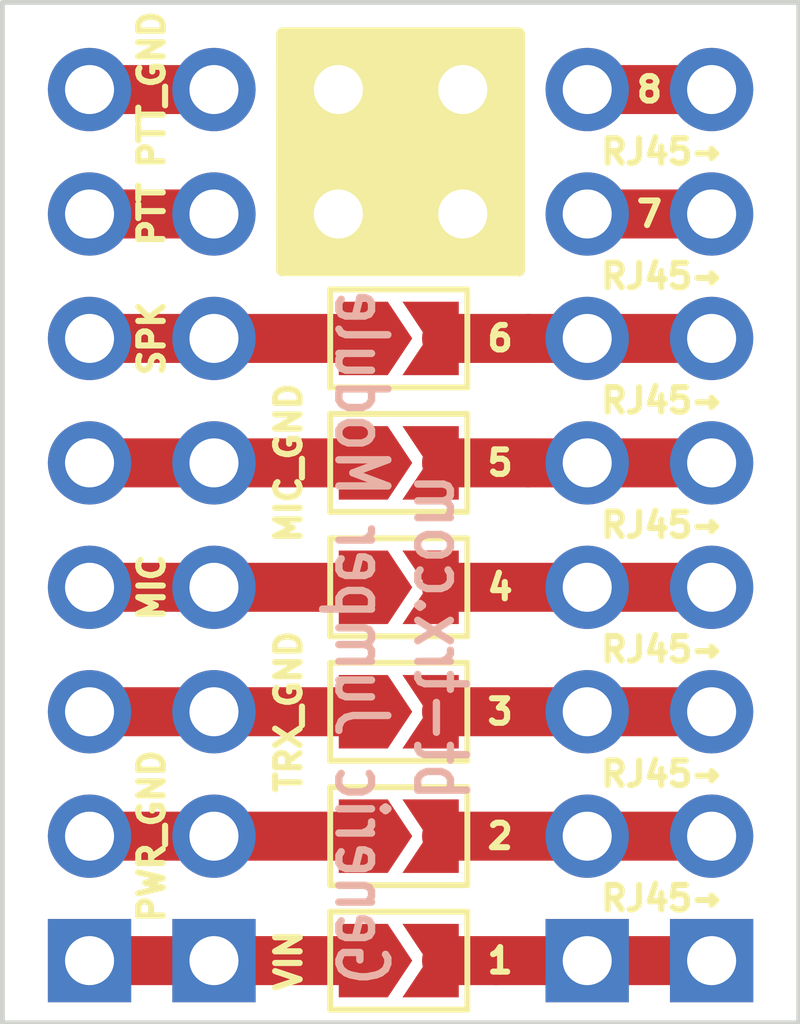
<source format=kicad_pcb>
(kicad_pcb (version 20171130) (host pcbnew 5.1.5+dfsg1-2)

  (general
    (thickness 1.6)
    (drawings 28)
    (tracks 31)
    (zones 0)
    (modules 11)
    (nets 18)
  )

  (page A4)
  (title_block
    (title "Generic Jumper Module")
    (date 2020-01-22)
    (rev v1)
    (company bt-trx.com)
    (comment 1 "Licensed under CERN OHL v1.2 - https://ohwr.org/licenses/cern-ohl/v1.2")
    (comment 2 "Andreas Müller - DC1MIL")
    (comment 3 "Christian Obersteiner - DL1COM")
    (comment 4 Authors:)
  )

  (layers
    (0 F.Cu signal)
    (31 B.Cu signal)
    (32 B.Adhes user)
    (33 F.Adhes user)
    (34 B.Paste user)
    (35 F.Paste user)
    (36 B.SilkS user)
    (37 F.SilkS user)
    (38 B.Mask user)
    (39 F.Mask user)
    (40 Dwgs.User user)
    (41 Cmts.User user)
    (42 Eco1.User user)
    (43 Eco2.User user)
    (44 Edge.Cuts user)
    (45 Margin user)
    (46 B.CrtYd user)
    (47 F.CrtYd user)
    (48 B.Fab user)
    (49 F.Fab user)
  )

  (setup
    (last_trace_width 0.25)
    (user_trace_width 0.5)
    (user_trace_width 1)
    (trace_clearance 0.2)
    (zone_clearance 0.508)
    (zone_45_only no)
    (trace_min 0.2)
    (via_size 0.8)
    (via_drill 0.4)
    (via_min_size 0.4)
    (via_min_drill 0.3)
    (uvia_size 0.3)
    (uvia_drill 0.1)
    (uvias_allowed no)
    (uvia_min_size 0.2)
    (uvia_min_drill 0.1)
    (edge_width 0.05)
    (segment_width 0.2)
    (pcb_text_width 0.3)
    (pcb_text_size 1.5 1.5)
    (mod_edge_width 0.12)
    (mod_text_size 1 1)
    (mod_text_width 0.15)
    (pad_size 1.524 1.524)
    (pad_drill 0.762)
    (pad_to_mask_clearance 0.051)
    (solder_mask_min_width 0.25)
    (aux_axis_origin 0 0)
    (visible_elements FFFFFF7F)
    (pcbplotparams
      (layerselection 0x010fc_ffffffff)
      (usegerberextensions false)
      (usegerberattributes false)
      (usegerberadvancedattributes false)
      (creategerberjobfile false)
      (excludeedgelayer true)
      (linewidth 0.100000)
      (plotframeref false)
      (viasonmask false)
      (mode 1)
      (useauxorigin false)
      (hpglpennumber 1)
      (hpglpenspeed 20)
      (hpglpendiameter 15.000000)
      (psnegative false)
      (psa4output false)
      (plotreference true)
      (plotvalue true)
      (plotinvisibletext false)
      (padsonsilk false)
      (subtractmaskfromsilk false)
      (outputformat 1)
      (mirror false)
      (drillshape 1)
      (scaleselection 1)
      (outputdirectory ""))
  )

  (net 0 "")
  (net 1 "Net-(J1-Pad1)")
  (net 2 /PTT_GND)
  (net 3 /PTT)
  (net 4 /SPK)
  (net 5 /MIC_GND)
  (net 6 /MIC)
  (net 7 /TRX_GND)
  (net 8 /PWR_GND)
  (net 9 /V_IN)
  (net 10 /1)
  (net 11 /2)
  (net 12 /3)
  (net 13 /4)
  (net 14 /5)
  (net 15 /6)
  (net 16 /7)
  (net 17 /8)

  (net_class Default "This is the default net class."
    (clearance 0.2)
    (trace_width 0.25)
    (via_dia 0.8)
    (via_drill 0.4)
    (uvia_dia 0.3)
    (uvia_drill 0.1)
    (add_net /1)
    (add_net /2)
    (add_net /3)
    (add_net /4)
    (add_net /5)
    (add_net /6)
    (add_net /7)
    (add_net /8)
    (add_net /MIC)
    (add_net /MIC_GND)
    (add_net /PTT)
    (add_net /PTT_GND)
    (add_net /PWR_GND)
    (add_net /SPK)
    (add_net /TRX_GND)
    (add_net /V_IN)
    (add_net "Net-(J1-Pad1)")
  )

  (net_class 0.5 ""
    (clearance 0.2)
    (trace_width 0.5)
    (via_dia 0.8)
    (via_drill 0.4)
    (uvia_dia 0.3)
    (uvia_drill 0.1)
  )

  (net_class 1.0 ""
    (clearance 0.2)
    (trace_width 1)
    (via_dia 1)
    (via_drill 0.5)
    (uvia_dia 0.3)
    (uvia_drill 0.1)
  )

  (module Connector_PinHeader_2.54mm:PinHeader_2x02_P2.54mm_Vertical (layer F.Cu) (tedit 5E273A66) (tstamp 5E278F47)
    (at 140.208 87.63)
    (descr "Through hole straight pin header, 2x02, 2.54mm pitch, double rows")
    (tags "Through hole pin header THT 2x02 2.54mm double row")
    (path /5E2D059A)
    (fp_text reference J1 (at -14.224 -4.826) (layer F.SilkS) hide
      (effects (font (size 1 1) (thickness 0.15)))
    )
    (fp_text value " " (at 1.27 4.87) (layer F.Fab)
      (effects (font (size 1 1) (thickness 0.15)))
    )
    (fp_line (start 0 -1.27) (end 3.81 -1.27) (layer F.Fab) (width 0.1))
    (fp_line (start 3.81 -1.27) (end 3.81 3.81) (layer F.Fab) (width 0.1))
    (fp_line (start 3.81 3.81) (end -1.27 3.81) (layer F.Fab) (width 0.1))
    (fp_line (start -1.27 3.81) (end -1.27 0) (layer F.Fab) (width 0.1))
    (fp_line (start -1.27 0) (end 0 -1.27) (layer F.Fab) (width 0.1))
    (fp_text user %R (at -28.448 5.588 90) (layer F.Fab) hide
      (effects (font (size 1 1) (thickness 0.15)))
    )
    (pad 1 thru_hole circle (at 0 0) (size 1.7 1.7) (drill 1) (layers *.Cu *.Mask)
      (net 1 "Net-(J1-Pad1)"))
    (pad 2 thru_hole oval (at 2.54 0) (size 1.7 1.7) (drill 1) (layers *.Cu *.Mask)
      (net 1 "Net-(J1-Pad1)"))
    (pad 3 thru_hole oval (at 0 2.54) (size 1.7 1.7) (drill 1) (layers *.Cu *.Mask)
      (net 1 "Net-(J1-Pad1)"))
    (pad 4 thru_hole oval (at 2.54 2.54) (size 1.7 1.7) (drill 1) (layers *.Cu *.Mask)
      (net 1 "Net-(J1-Pad1)"))
  )

  (module Connector_PinHeader_2.54mm:PinHeader_1x08_P2.54mm_Vertical (layer F.Cu) (tedit 5E273A40) (tstamp 5E279761)
    (at 147.828 105.41 180)
    (descr "Through hole straight pin header, 1x08, 2.54mm pitch, single row")
    (tags "Through hole pin header THT 1x08 2.54mm single row")
    (path /5E290D1D)
    (fp_text reference J10 (at 25.908 20.828 180) (layer F.SilkS) hide
      (effects (font (size 1 1) (thickness 0.15)))
    )
    (fp_text value Conn_01x08 (at 33.782 15.494 180) (layer F.Fab) hide
      (effects (font (size 1 1) (thickness 0.15)))
    )
    (fp_line (start -0.635 -1.27) (end 1.27 -1.27) (layer F.Fab) (width 0.1))
    (fp_line (start 1.27 -1.27) (end 1.27 19.05) (layer F.Fab) (width 0.1))
    (fp_line (start 1.27 19.05) (end -1.27 19.05) (layer F.Fab) (width 0.1))
    (fp_line (start -1.27 19.05) (end -1.27 -0.635) (layer F.Fab) (width 0.1))
    (fp_line (start -1.27 -0.635) (end -0.635 -1.27) (layer F.Fab) (width 0.1))
    (fp_text user %R (at -11.176 -2.54 270) (layer F.Fab) hide
      (effects (font (size 1 1) (thickness 0.15)))
    )
    (pad 1 thru_hole rect (at 0 0 180) (size 1.7 1.7) (drill 1) (layers *.Cu *.Mask)
      (net 10 /1))
    (pad 2 thru_hole oval (at 0 2.54 180) (size 1.7 1.7) (drill 1) (layers *.Cu *.Mask)
      (net 11 /2))
    (pad 3 thru_hole oval (at 0 5.08 180) (size 1.7 1.7) (drill 1) (layers *.Cu *.Mask)
      (net 12 /3))
    (pad 4 thru_hole oval (at 0 7.62 180) (size 1.7 1.7) (drill 1) (layers *.Cu *.Mask)
      (net 13 /4))
    (pad 5 thru_hole oval (at 0 10.16 180) (size 1.7 1.7) (drill 1) (layers *.Cu *.Mask)
      (net 14 /5))
    (pad 6 thru_hole oval (at 0 12.7 180) (size 1.7 1.7) (drill 1) (layers *.Cu *.Mask)
      (net 15 /6))
    (pad 7 thru_hole oval (at 0 15.24 180) (size 1.7 1.7) (drill 1) (layers *.Cu *.Mask)
      (net 16 /7))
    (pad 8 thru_hole oval (at 0 17.78 180) (size 1.7 1.7) (drill 1) (layers *.Cu *.Mask)
      (net 17 /8))
    (model ${KISYS3DMOD}/Connector_PinHeader_2.54mm.3dshapes/PinHeader_1x08_P2.54mm_Vertical.wrl
      (offset (xyz 0 0 -2))
      (scale (xyz 1 1 1))
      (rotate (xyz 0 -180 0))
    )
  )

  (module Connector_PinHeader_2.54mm:PinHeader_1x08_P2.54mm_Vertical (layer F.Cu) (tedit 5E273A1B) (tstamp 5E279797)
    (at 145.288 105.41 180)
    (descr "Through hole straight pin header, 1x08, 2.54mm pitch, single row")
    (tags "Through hole pin header THT 1x08 2.54mm single row")
    (path /5E290D27)
    (fp_text reference J101 (at 23.114 22.352 180) (layer F.SilkS) hide
      (effects (font (size 1 1) (thickness 0.15)))
    )
    (fp_text value Conn_01x08 (at 31.496 13.97 180) (layer F.Fab) hide
      (effects (font (size 1 1) (thickness 0.15)))
    )
    (fp_text user %R (at -12.7 1.27 270) (layer F.Fab) hide
      (effects (font (size 1 1) (thickness 0.15)))
    )
    (fp_line (start -1.27 -0.635) (end -0.635 -1.27) (layer F.Fab) (width 0.1))
    (fp_line (start -1.27 19.05) (end -1.27 -0.635) (layer F.Fab) (width 0.1))
    (fp_line (start 1.27 19.05) (end -1.27 19.05) (layer F.Fab) (width 0.1))
    (fp_line (start 1.27 -1.27) (end 1.27 19.05) (layer F.Fab) (width 0.1))
    (fp_line (start -0.635 -1.27) (end 1.27 -1.27) (layer F.Fab) (width 0.1))
    (pad 8 thru_hole oval (at 0 17.78 180) (size 1.7 1.7) (drill 1) (layers *.Cu *.Mask)
      (net 17 /8))
    (pad 7 thru_hole oval (at 0 15.24 180) (size 1.7 1.7) (drill 1) (layers *.Cu *.Mask)
      (net 16 /7))
    (pad 6 thru_hole oval (at 0 12.7 180) (size 1.7 1.7) (drill 1) (layers *.Cu *.Mask)
      (net 15 /6))
    (pad 5 thru_hole oval (at 0 10.16 180) (size 1.7 1.7) (drill 1) (layers *.Cu *.Mask)
      (net 14 /5))
    (pad 4 thru_hole oval (at 0 7.62 180) (size 1.7 1.7) (drill 1) (layers *.Cu *.Mask)
      (net 13 /4))
    (pad 3 thru_hole oval (at 0 5.08 180) (size 1.7 1.7) (drill 1) (layers *.Cu *.Mask)
      (net 12 /3))
    (pad 2 thru_hole oval (at 0 2.54 180) (size 1.7 1.7) (drill 1) (layers *.Cu *.Mask)
      (net 11 /2))
    (pad 1 thru_hole rect (at 0 0 180) (size 1.7 1.7) (drill 1) (layers *.Cu *.Mask)
      (net 10 /1))
  )

  (module Connector_PinHeader_2.54mm:PinHeader_1x08_P2.54mm_Vertical (layer F.Cu) (tedit 5E2739D6) (tstamp 5E27977C)
    (at 137.668 105.41 180)
    (descr "Through hole straight pin header, 1x08, 2.54mm pitch, single row")
    (tags "Through hole pin header THT 1x08 2.54mm single row")
    (path /5E21C81C)
    (fp_text reference J91 (at 15.748 -0.254 180) (layer F.SilkS) hide
      (effects (font (size 1 1) (thickness 0.15)))
    )
    (fp_text value Conn_01x08 (at 23.622 17.018 180) (layer F.Fab) hide
      (effects (font (size 1 1) (thickness 0.15)))
    )
    (fp_line (start -0.635 -1.27) (end 1.27 -1.27) (layer F.Fab) (width 0.1))
    (fp_line (start 1.27 -1.27) (end 1.27 19.05) (layer F.Fab) (width 0.1))
    (fp_line (start 1.27 19.05) (end -1.27 19.05) (layer F.Fab) (width 0.1))
    (fp_line (start -1.27 19.05) (end -1.27 -0.635) (layer F.Fab) (width 0.1))
    (fp_line (start -1.27 -0.635) (end -0.635 -1.27) (layer F.Fab) (width 0.1))
    (fp_text user %R (at -19.304 -7.62 270) (layer F.Fab) hide
      (effects (font (size 1 1) (thickness 0.15)))
    )
    (pad 1 thru_hole rect (at 0 0 180) (size 1.7 1.7) (drill 1) (layers *.Cu *.Mask)
      (net 9 /V_IN))
    (pad 2 thru_hole oval (at 0 2.54 180) (size 1.7 1.7) (drill 1) (layers *.Cu *.Mask)
      (net 8 /PWR_GND))
    (pad 3 thru_hole oval (at 0 5.08 180) (size 1.7 1.7) (drill 1) (layers *.Cu *.Mask)
      (net 7 /TRX_GND))
    (pad 4 thru_hole oval (at 0 7.62 180) (size 1.7 1.7) (drill 1) (layers *.Cu *.Mask)
      (net 6 /MIC))
    (pad 5 thru_hole oval (at 0 10.16 180) (size 1.7 1.7) (drill 1) (layers *.Cu *.Mask)
      (net 5 /MIC_GND))
    (pad 6 thru_hole oval (at 0 12.7 180) (size 1.7 1.7) (drill 1) (layers *.Cu *.Mask)
      (net 4 /SPK))
    (pad 7 thru_hole oval (at 0 15.24 180) (size 1.7 1.7) (drill 1) (layers *.Cu *.Mask)
      (net 3 /PTT))
    (pad 8 thru_hole oval (at 0 17.78 180) (size 1.7 1.7) (drill 1) (layers *.Cu *.Mask)
      (net 2 /PTT_GND))
  )

  (module Connector_PinHeader_2.54mm:PinHeader_1x08_P2.54mm_Vertical (layer F.Cu) (tedit 5E273993) (tstamp 5E279746)
    (at 135.128 105.41 180)
    (descr "Through hole straight pin header, 1x08, 2.54mm pitch, single row")
    (tags "Through hole pin header THT 1x08 2.54mm single row")
    (path /5E23A936)
    (fp_text reference J9 (at 16.256 -0.508 180) (layer F.SilkS) hide
      (effects (font (size 1 1) (thickness 0.15)))
    )
    (fp_text value Conn_01x08 (at 21.336 18.542 180) (layer F.Fab) hide
      (effects (font (size 1 1) (thickness 0.15)))
    )
    (fp_text user %R (at -23.876 -5.08 270) (layer F.Fab) hide
      (effects (font (size 1 1) (thickness 0.15)))
    )
    (fp_line (start -1.27 -0.635) (end -0.635 -1.27) (layer F.Fab) (width 0.1))
    (fp_line (start -1.27 19.05) (end -1.27 -0.635) (layer F.Fab) (width 0.1))
    (fp_line (start 1.27 19.05) (end -1.27 19.05) (layer F.Fab) (width 0.1))
    (fp_line (start 1.27 -1.27) (end 1.27 19.05) (layer F.Fab) (width 0.1))
    (fp_line (start -0.635 -1.27) (end 1.27 -1.27) (layer F.Fab) (width 0.1))
    (pad 8 thru_hole oval (at 0 17.78 180) (size 1.7 1.7) (drill 1) (layers *.Cu *.Mask)
      (net 2 /PTT_GND))
    (pad 7 thru_hole oval (at 0 15.24 180) (size 1.7 1.7) (drill 1) (layers *.Cu *.Mask)
      (net 3 /PTT))
    (pad 6 thru_hole oval (at 0 12.7 180) (size 1.7 1.7) (drill 1) (layers *.Cu *.Mask)
      (net 4 /SPK))
    (pad 5 thru_hole oval (at 0 10.16 180) (size 1.7 1.7) (drill 1) (layers *.Cu *.Mask)
      (net 5 /MIC_GND))
    (pad 4 thru_hole oval (at 0 7.62 180) (size 1.7 1.7) (drill 1) (layers *.Cu *.Mask)
      (net 6 /MIC))
    (pad 3 thru_hole oval (at 0 5.08 180) (size 1.7 1.7) (drill 1) (layers *.Cu *.Mask)
      (net 7 /TRX_GND))
    (pad 2 thru_hole oval (at 0 2.54 180) (size 1.7 1.7) (drill 1) (layers *.Cu *.Mask)
      (net 8 /PWR_GND))
    (pad 1 thru_hole rect (at 0 0 180) (size 1.7 1.7) (drill 1) (layers *.Cu *.Mask)
      (net 9 /V_IN))
    (model ${KISYS3DMOD}/Connector_PinHeader_2.54mm.3dshapes/PinHeader_1x08_P2.54mm_Vertical.wrl
      (offset (xyz 0 0 -2))
      (scale (xyz 1 1 1))
      (rotate (xyz 0 -180 0))
    )
  )

  (module Jumper:SolderJumper-2_P1.3mm_Open_TrianglePad1.0x1.5mm (layer F.Cu) (tedit 5A64794F) (tstamp 5E279159)
    (at 141.441 105.41)
    (descr "SMD Solder Jumper, 1x1.5mm Triangular Pads, 0.3mm gap, open")
    (tags "solder jumper open")
    (path /5E223015)
    (attr virtual)
    (fp_text reference JP1 (at -19.521 -3.302) (layer F.SilkS) hide
      (effects (font (size 1 1) (thickness 0.15)))
    )
    (fp_text value SolderJumper_2_Open (at -15.711 6.096) (layer F.Fab) hide
      (effects (font (size 1 1) (thickness 0.15)))
    )
    (fp_line (start -1.4 1) (end -1.4 -1) (layer F.SilkS) (width 0.12))
    (fp_line (start 1.4 1) (end -1.4 1) (layer F.SilkS) (width 0.12))
    (fp_line (start 1.4 -1) (end 1.4 1) (layer F.SilkS) (width 0.12))
    (fp_line (start -1.4 -1) (end 1.4 -1) (layer F.SilkS) (width 0.12))
    (fp_line (start -1.65 -1.25) (end 1.65 -1.25) (layer F.CrtYd) (width 0.05))
    (fp_line (start -1.65 -1.25) (end -1.65 1.25) (layer F.CrtYd) (width 0.05))
    (fp_line (start 1.65 1.25) (end 1.65 -1.25) (layer F.CrtYd) (width 0.05))
    (fp_line (start 1.65 1.25) (end -1.65 1.25) (layer F.CrtYd) (width 0.05))
    (pad 2 smd custom (at 0.725 0) (size 0.3 0.3) (layers F.Cu F.Mask)
      (net 10 /1) (zone_connect 2)
      (options (clearance outline) (anchor rect))
      (primitives
        (gr_poly (pts
           (xy -0.65 -0.75) (xy 0.5 -0.75) (xy 0.5 0.75) (xy -0.65 0.75) (xy -0.15 0)
) (width 0))
      ))
    (pad 1 smd custom (at -0.725 0) (size 0.3 0.3) (layers F.Cu F.Mask)
      (net 9 /V_IN) (zone_connect 2)
      (options (clearance outline) (anchor rect))
      (primitives
        (gr_poly (pts
           (xy -0.5 -0.75) (xy 0.5 -0.75) (xy 1 0) (xy 0.5 0.75) (xy -0.5 0.75)
) (width 0))
      ))
  )

  (module Jumper:SolderJumper-2_P1.3mm_Open_TrianglePad1.0x1.5mm (layer F.Cu) (tedit 5A64794F) (tstamp 5E279167)
    (at 141.441 102.87)
    (descr "SMD Solder Jumper, 1x1.5mm Triangular Pads, 0.3mm gap, open")
    (tags "solder jumper open")
    (path /5E2C72E7)
    (attr virtual)
    (fp_text reference JP2 (at -19.775 -2.286) (layer F.SilkS) hide
      (effects (font (size 1 1) (thickness 0.15)))
    )
    (fp_text value SolderJumper_2_Open (at -14.441 10.414) (layer F.Fab) hide
      (effects (font (size 1 1) (thickness 0.15)))
    )
    (fp_line (start 1.65 1.25) (end -1.65 1.25) (layer F.CrtYd) (width 0.05))
    (fp_line (start 1.65 1.25) (end 1.65 -1.25) (layer F.CrtYd) (width 0.05))
    (fp_line (start -1.65 -1.25) (end -1.65 1.25) (layer F.CrtYd) (width 0.05))
    (fp_line (start -1.65 -1.25) (end 1.65 -1.25) (layer F.CrtYd) (width 0.05))
    (fp_line (start -1.4 -1) (end 1.4 -1) (layer F.SilkS) (width 0.12))
    (fp_line (start 1.4 -1) (end 1.4 1) (layer F.SilkS) (width 0.12))
    (fp_line (start 1.4 1) (end -1.4 1) (layer F.SilkS) (width 0.12))
    (fp_line (start -1.4 1) (end -1.4 -1) (layer F.SilkS) (width 0.12))
    (pad 1 smd custom (at -0.725 0) (size 0.3 0.3) (layers F.Cu F.Mask)
      (net 8 /PWR_GND) (zone_connect 2)
      (options (clearance outline) (anchor rect))
      (primitives
        (gr_poly (pts
           (xy -0.5 -0.75) (xy 0.5 -0.75) (xy 1 0) (xy 0.5 0.75) (xy -0.5 0.75)
) (width 0))
      ))
    (pad 2 smd custom (at 0.725 0) (size 0.3 0.3) (layers F.Cu F.Mask)
      (net 11 /2) (zone_connect 2)
      (options (clearance outline) (anchor rect))
      (primitives
        (gr_poly (pts
           (xy -0.65 -0.75) (xy 0.5 -0.75) (xy 0.5 0.75) (xy -0.65 0.75) (xy -0.15 0)
) (width 0))
      ))
  )

  (module Jumper:SolderJumper-2_P1.3mm_Open_TrianglePad1.0x1.5mm (layer F.Cu) (tedit 5A64794F) (tstamp 5E279175)
    (at 141.441 100.33)
    (descr "SMD Solder Jumper, 1x1.5mm Triangular Pads, 0.3mm gap, open")
    (tags "solder jumper open")
    (path /5E2C75DA)
    (attr virtual)
    (fp_text reference JP3 (at -19.521 -1.27) (layer F.SilkS) hide
      (effects (font (size 1 1) (thickness 0.15)))
    )
    (fp_text value SolderJumper_2_Open (at -13.679 14.732) (layer F.Fab) hide
      (effects (font (size 1 1) (thickness 0.15)))
    )
    (fp_line (start -1.4 1) (end -1.4 -1) (layer F.SilkS) (width 0.12))
    (fp_line (start 1.4 1) (end -1.4 1) (layer F.SilkS) (width 0.12))
    (fp_line (start 1.4 -1) (end 1.4 1) (layer F.SilkS) (width 0.12))
    (fp_line (start -1.4 -1) (end 1.4 -1) (layer F.SilkS) (width 0.12))
    (fp_line (start -1.65 -1.25) (end 1.65 -1.25) (layer F.CrtYd) (width 0.05))
    (fp_line (start -1.65 -1.25) (end -1.65 1.25) (layer F.CrtYd) (width 0.05))
    (fp_line (start 1.65 1.25) (end 1.65 -1.25) (layer F.CrtYd) (width 0.05))
    (fp_line (start 1.65 1.25) (end -1.65 1.25) (layer F.CrtYd) (width 0.05))
    (pad 2 smd custom (at 0.725 0) (size 0.3 0.3) (layers F.Cu F.Mask)
      (net 12 /3) (zone_connect 2)
      (options (clearance outline) (anchor rect))
      (primitives
        (gr_poly (pts
           (xy -0.65 -0.75) (xy 0.5 -0.75) (xy 0.5 0.75) (xy -0.65 0.75) (xy -0.15 0)
) (width 0))
      ))
    (pad 1 smd custom (at -0.725 0) (size 0.3 0.3) (layers F.Cu F.Mask)
      (net 7 /TRX_GND) (zone_connect 2)
      (options (clearance outline) (anchor rect))
      (primitives
        (gr_poly (pts
           (xy -0.5 -0.75) (xy 0.5 -0.75) (xy 1 0) (xy 0.5 0.75) (xy -0.5 0.75)
) (width 0))
      ))
  )

  (module Jumper:SolderJumper-2_P1.3mm_Open_TrianglePad1.0x1.5mm (layer F.Cu) (tedit 5A64794F) (tstamp 5E279183)
    (at 141.441 97.79)
    (descr "SMD Solder Jumper, 1x1.5mm Triangular Pads, 0.3mm gap, open")
    (tags "solder jumper open")
    (path /5E2C78AF)
    (attr virtual)
    (fp_text reference JP4 (at -19.521 0) (layer F.SilkS) hide
      (effects (font (size 1 1) (thickness 0.15)))
    )
    (fp_text value SolderJumper_2_Open (at -8.853 19.558) (layer F.Fab) hide
      (effects (font (size 1 1) (thickness 0.15)))
    )
    (fp_line (start 1.65 1.25) (end -1.65 1.25) (layer F.CrtYd) (width 0.05))
    (fp_line (start 1.65 1.25) (end 1.65 -1.25) (layer F.CrtYd) (width 0.05))
    (fp_line (start -1.65 -1.25) (end -1.65 1.25) (layer F.CrtYd) (width 0.05))
    (fp_line (start -1.65 -1.25) (end 1.65 -1.25) (layer F.CrtYd) (width 0.05))
    (fp_line (start -1.4 -1) (end 1.4 -1) (layer F.SilkS) (width 0.12))
    (fp_line (start 1.4 -1) (end 1.4 1) (layer F.SilkS) (width 0.12))
    (fp_line (start 1.4 1) (end -1.4 1) (layer F.SilkS) (width 0.12))
    (fp_line (start -1.4 1) (end -1.4 -1) (layer F.SilkS) (width 0.12))
    (pad 1 smd custom (at -0.725 0) (size 0.3 0.3) (layers F.Cu F.Mask)
      (net 6 /MIC) (zone_connect 2)
      (options (clearance outline) (anchor rect))
      (primitives
        (gr_poly (pts
           (xy -0.5 -0.75) (xy 0.5 -0.75) (xy 1 0) (xy 0.5 0.75) (xy -0.5 0.75)
) (width 0))
      ))
    (pad 2 smd custom (at 0.725 0) (size 0.3 0.3) (layers F.Cu F.Mask)
      (net 13 /4) (zone_connect 2)
      (options (clearance outline) (anchor rect))
      (primitives
        (gr_poly (pts
           (xy -0.65 -0.75) (xy 0.5 -0.75) (xy 0.5 0.75) (xy -0.65 0.75) (xy -0.15 0)
) (width 0))
      ))
  )

  (module Jumper:SolderJumper-2_P1.3mm_Open_TrianglePad1.0x1.5mm (layer F.Cu) (tedit 5A64794F) (tstamp 5E279191)
    (at 141.441 95.25)
    (descr "SMD Solder Jumper, 1x1.5mm Triangular Pads, 0.3mm gap, open")
    (tags "solder jumper open")
    (path /5E2C7B3D)
    (attr virtual)
    (fp_text reference JP5 (at -19.521 1.016) (layer F.SilkS) hide
      (effects (font (size 1 1) (thickness 0.15)))
    )
    (fp_text value SolderJumper_2_Open (at 1.815 18.542) (layer F.Fab) hide
      (effects (font (size 1 1) (thickness 0.15)))
    )
    (fp_line (start -1.4 1) (end -1.4 -1) (layer F.SilkS) (width 0.12))
    (fp_line (start 1.4 1) (end -1.4 1) (layer F.SilkS) (width 0.12))
    (fp_line (start 1.4 -1) (end 1.4 1) (layer F.SilkS) (width 0.12))
    (fp_line (start -1.4 -1) (end 1.4 -1) (layer F.SilkS) (width 0.12))
    (fp_line (start -1.65 -1.25) (end 1.65 -1.25) (layer F.CrtYd) (width 0.05))
    (fp_line (start -1.65 -1.25) (end -1.65 1.25) (layer F.CrtYd) (width 0.05))
    (fp_line (start 1.65 1.25) (end 1.65 -1.25) (layer F.CrtYd) (width 0.05))
    (fp_line (start 1.65 1.25) (end -1.65 1.25) (layer F.CrtYd) (width 0.05))
    (pad 2 smd custom (at 0.725 0) (size 0.3 0.3) (layers F.Cu F.Mask)
      (net 14 /5) (zone_connect 2)
      (options (clearance outline) (anchor rect))
      (primitives
        (gr_poly (pts
           (xy -0.65 -0.75) (xy 0.5 -0.75) (xy 0.5 0.75) (xy -0.65 0.75) (xy -0.15 0)
) (width 0))
      ))
    (pad 1 smd custom (at -0.725 0) (size 0.3 0.3) (layers F.Cu F.Mask)
      (net 5 /MIC_GND) (zone_connect 2)
      (options (clearance outline) (anchor rect))
      (primitives
        (gr_poly (pts
           (xy -0.5 -0.75) (xy 0.5 -0.75) (xy 1 0) (xy 0.5 0.75) (xy -0.5 0.75)
) (width 0))
      ))
  )

  (module Jumper:SolderJumper-2_P1.3mm_Open_TrianglePad1.0x1.5mm (layer F.Cu) (tedit 5A64794F) (tstamp 5E27919F)
    (at 141.441 92.71)
    (descr "SMD Solder Jumper, 1x1.5mm Triangular Pads, 0.3mm gap, open")
    (tags "solder jumper open")
    (path /5E2C7E0B)
    (attr virtual)
    (fp_text reference JP6 (at -19.521 1.778) (layer F.SilkS) hide
      (effects (font (size 1 1) (thickness 0.15)))
    )
    (fp_text value SolderJumper_2_Open (at 4.863 19.304) (layer F.Fab) hide
      (effects (font (size 1 1) (thickness 0.15)))
    )
    (fp_line (start 1.65 1.25) (end -1.65 1.25) (layer F.CrtYd) (width 0.05))
    (fp_line (start 1.65 1.25) (end 1.65 -1.25) (layer F.CrtYd) (width 0.05))
    (fp_line (start -1.65 -1.25) (end -1.65 1.25) (layer F.CrtYd) (width 0.05))
    (fp_line (start -1.65 -1.25) (end 1.65 -1.25) (layer F.CrtYd) (width 0.05))
    (fp_line (start -1.4 -1) (end 1.4 -1) (layer F.SilkS) (width 0.12))
    (fp_line (start 1.4 -1) (end 1.4 1) (layer F.SilkS) (width 0.12))
    (fp_line (start 1.4 1) (end -1.4 1) (layer F.SilkS) (width 0.12))
    (fp_line (start -1.4 1) (end -1.4 -1) (layer F.SilkS) (width 0.12))
    (pad 1 smd custom (at -0.725 0) (size 0.3 0.3) (layers F.Cu F.Mask)
      (net 4 /SPK) (zone_connect 2)
      (options (clearance outline) (anchor rect))
      (primitives
        (gr_poly (pts
           (xy -0.5 -0.75) (xy 0.5 -0.75) (xy 1 0) (xy 0.5 0.75) (xy -0.5 0.75)
) (width 0))
      ))
    (pad 2 smd custom (at 0.725 0) (size 0.3 0.3) (layers F.Cu F.Mask)
      (net 15 /6) (zone_connect 2)
      (options (clearance outline) (anchor rect))
      (primitives
        (gr_poly (pts
           (xy -0.65 -0.75) (xy 0.5 -0.75) (xy 0.5 0.75) (xy -0.65 0.75) (xy -0.15 0)
) (width 0))
      ))
  )

  (gr_text "bt-trx.com\nGeneric Jumper Module" (at 141.478 98.806 270) (layer B.SilkS)
    (effects (font (size 1 0.8) (thickness 0.15)) (justify mirror))
  )
  (gr_text PWR_GND (at 136.398 102.87 90) (layer F.SilkS) (tstamp 5E27B1F5)
    (effects (font (size 0.5 0.5) (thickness 0.125)))
  )
  (gr_text "TRX_GND\n" (at 139.192 100.33 90) (layer F.SilkS) (tstamp 5E27B1CB)
    (effects (font (size 0.5 0.5) (thickness 0.125)))
  )
  (gr_text "MIC\n" (at 136.398 97.79 90) (layer F.SilkS) (tstamp 5E27B15F)
    (effects (font (size 0.5 0.5) (thickness 0.125)))
  )
  (gr_text "MIC_GND\n" (at 139.192 95.25 90) (layer F.SilkS) (tstamp 5E27B197)
    (effects (font (size 0.5 0.5) (thickness 0.125)))
  )
  (gr_text SPK (at 136.398 92.71 90) (layer F.SilkS) (tstamp 5E27B14A)
    (effects (font (size 0.5 0.5) (thickness 0.125)))
  )
  (gr_text PTT (at 136.398 90.17 90) (layer F.SilkS) (tstamp 5E27B135)
    (effects (font (size 0.5 0.5) (thickness 0.125)))
  )
  (gr_text PTT_GND (at 136.398 87.63 90) (layer F.SilkS) (tstamp 5E27B11D)
    (effects (font (size 0.5 0.5) (thickness 0.125)))
  )
  (gr_text VIN (at 139.192 105.41 90) (layer F.SilkS) (tstamp 5E27B1E0)
    (effects (font (size 0.5 0.5) (thickness 0.125)))
  )
  (gr_text RJ45→ (at 146.812 88.9) (layer F.SilkS) (tstamp 5E27B0F0)
    (effects (font (size 0.5 0.5) (thickness 0.125)))
  )
  (gr_text RJ45→ (at 146.812 91.44) (layer F.SilkS) (tstamp 5E27B0EE)
    (effects (font (size 0.5 0.5) (thickness 0.125)))
  )
  (gr_text RJ45→ (at 146.812 93.98) (layer F.SilkS) (tstamp 5E27B0EC)
    (effects (font (size 0.5 0.5) (thickness 0.125)))
  )
  (gr_text RJ45→ (at 146.812 104.14) (layer F.SilkS) (tstamp 5E27B0EA)
    (effects (font (size 0.5 0.5) (thickness 0.125)))
  )
  (gr_text RJ45→ (at 146.812 101.6) (layer F.SilkS) (tstamp 5E27B0E8)
    (effects (font (size 0.5 0.5) (thickness 0.125)))
  )
  (gr_text RJ45→ (at 146.812 99.06) (layer F.SilkS) (tstamp 5E27B0E6)
    (effects (font (size 0.5 0.5) (thickness 0.125)))
  )
  (gr_text RJ45→ (at 146.812 96.52) (layer F.SilkS) (tstamp 5E27B0BD)
    (effects (font (size 0.5 0.5) (thickness 0.125)))
  )
  (gr_text 8 (at 146.558 87.63) (layer F.SilkS) (tstamp 5E27B04E)
    (effects (font (size 0.5 0.5) (thickness 0.125)))
  )
  (gr_text 7 (at 146.558 90.17) (layer F.SilkS) (tstamp 5E27B04C)
    (effects (font (size 0.5 0.5) (thickness 0.125)))
  )
  (gr_text 1 (at 143.51 105.41) (layer F.SilkS) (tstamp 5E27B03D)
    (effects (font (size 0.5 0.5) (thickness 0.125)))
  )
  (gr_text 2 (at 143.51 102.87) (layer F.SilkS) (tstamp 5E27B03B)
    (effects (font (size 0.5 0.5) (thickness 0.125)))
  )
  (gr_text 3 (at 143.51 100.33) (layer F.SilkS) (tstamp 5E27B039)
    (effects (font (size 0.5 0.5) (thickness 0.125)))
  )
  (gr_text 4 (at 143.51 97.79) (layer F.SilkS) (tstamp 5E27B037)
    (effects (font (size 0.5 0.5) (thickness 0.125)))
  )
  (gr_text 5 (at 143.51 95.25) (layer F.SilkS) (tstamp 5E27B032)
    (effects (font (size 0.5 0.5) (thickness 0.125)))
  )
  (gr_text 6 (at 143.51 92.71) (layer F.SilkS)
    (effects (font (size 0.5 0.5) (thickness 0.125)))
  )
  (gr_line (start 149.606 85.852) (end 149.606 106.68) (layer Edge.Cuts) (width 0.1))
  (gr_line (start 133.35 85.852) (end 149.606 85.852) (layer Edge.Cuts) (width 0.1))
  (gr_line (start 133.35 106.68) (end 133.35 85.852) (layer Edge.Cuts) (width 0.1))
  (gr_line (start 149.606 106.68) (end 133.35 106.68) (layer Edge.Cuts) (width 0.1))

  (segment (start 135.128 87.63) (end 137.668 87.63) (width 1) (layer F.Cu) (net 2))
  (segment (start 135.128 90.17) (end 137.668 90.17) (width 1) (layer F.Cu) (net 3))
  (segment (start 135.128 92.71) (end 137.668 92.71) (width 1) (layer F.Cu) (net 4))
  (segment (start 137.668 92.71) (end 140.716 92.71) (width 1) (layer F.Cu) (net 4))
  (segment (start 135.128 95.25) (end 137.668 95.25) (width 1) (layer F.Cu) (net 5))
  (segment (start 137.668 95.25) (end 140.716 95.25) (width 1) (layer F.Cu) (net 5))
  (segment (start 137.668 97.79) (end 140.716 97.79) (width 1) (layer F.Cu) (net 6))
  (segment (start 135.128 97.79) (end 137.668 97.79) (width 1) (layer F.Cu) (net 6))
  (segment (start 135.128 100.33) (end 137.668 100.33) (width 1) (layer F.Cu) (net 7))
  (segment (start 137.668 100.33) (end 140.716 100.33) (width 1) (layer F.Cu) (net 7))
  (segment (start 135.128 102.87) (end 137.668 102.87) (width 1) (layer F.Cu) (net 8))
  (segment (start 137.668 102.87) (end 140.716 102.87) (width 1) (layer F.Cu) (net 8))
  (segment (start 135.128 105.41) (end 137.668 105.41) (width 1) (layer F.Cu) (net 9))
  (segment (start 137.668 105.41) (end 140.716 105.41) (width 1) (layer F.Cu) (net 9))
  (segment (start 145.288 105.41) (end 147.828 105.41) (width 1) (layer F.Cu) (net 10))
  (segment (start 143.438 105.41) (end 142.41601 105.41) (width 1) (layer F.Cu) (net 10))
  (segment (start 145.288 105.41) (end 143.438 105.41) (width 1) (layer F.Cu) (net 10))
  (segment (start 147.828 102.87) (end 145.288 102.87) (width 1) (layer F.Cu) (net 11))
  (segment (start 145.288 102.87) (end 142.41601 102.87) (width 1) (layer F.Cu) (net 11))
  (segment (start 145.288 100.33) (end 147.828 100.33) (width 1) (layer F.Cu) (net 12))
  (segment (start 145.288 100.33) (end 142.41601 100.33) (width 1) (layer F.Cu) (net 12))
  (segment (start 147.828 97.79) (end 145.288 97.79) (width 1) (layer F.Cu) (net 13))
  (segment (start 145.288 97.79) (end 142.41601 97.79) (width 1) (layer F.Cu) (net 13))
  (segment (start 145.288 95.25) (end 147.828 95.25) (width 1) (layer F.Cu) (net 14))
  (segment (start 144.085919 95.25) (end 142.41601 95.25) (width 1) (layer F.Cu) (net 14))
  (segment (start 145.288 95.25) (end 144.085919 95.25) (width 1) (layer F.Cu) (net 14))
  (segment (start 147.828 92.71) (end 145.288 92.71) (width 1) (layer F.Cu) (net 15))
  (segment (start 144.085919 92.71) (end 142.41601 92.71) (width 1) (layer F.Cu) (net 15))
  (segment (start 145.288 92.71) (end 144.085919 92.71) (width 1) (layer F.Cu) (net 15))
  (segment (start 145.288 90.17) (end 147.828 90.17) (width 1) (layer F.Cu) (net 16))
  (segment (start 147.828 87.63) (end 145.288 87.63) (width 1) (layer F.Cu) (net 17))

  (zone (net 1) (net_name "Net-(J1-Pad1)") (layer F.Cu) (tstamp 5E27B95B) (hatch edge 0.508)
    (connect_pads yes (clearance 0.508))
    (min_thickness 0.254)
    (fill yes (arc_segments 32) (thermal_gap 0.508) (thermal_bridge_width 0.508))
    (polygon
      (pts
        (xy 144.018 91.44) (xy 138.938 91.44) (xy 138.938 86.36) (xy 144.018 86.36)
      )
    )
    (filled_polygon
      (pts
        (xy 143.891 87.122165) (xy 143.860068 87.196842) (xy 143.803 87.48374) (xy 143.803 87.77626) (xy 143.860068 88.063158)
        (xy 143.891 88.137835) (xy 143.891 89.662165) (xy 143.860068 89.736842) (xy 143.803 90.02374) (xy 143.803 90.31626)
        (xy 143.860068 90.603158) (xy 143.891 90.677835) (xy 143.891 91.313) (xy 139.065 91.313) (xy 139.065 90.677835)
        (xy 139.095932 90.603158) (xy 139.153 90.31626) (xy 139.153 90.02374) (xy 139.095932 89.736842) (xy 139.065 89.662165)
        (xy 139.065 88.137835) (xy 139.095932 88.063158) (xy 139.153 87.77626) (xy 139.153 87.48374) (xy 139.095932 87.196842)
        (xy 139.065 87.122165) (xy 139.065 86.537) (xy 143.891 86.537)
      )
    )
  )
  (zone (net 0) (net_name "") (layer F.SilkS) (tstamp 5E27B958) (hatch edge 0.508)
    (connect_pads yes (clearance 0.508))
    (min_thickness 0.254)
    (fill yes (arc_segments 32) (thermal_gap 0.508) (thermal_bridge_width 0.508))
    (polygon
      (pts
        (xy 144.018 91.44) (xy 138.938 91.44) (xy 138.938 86.36) (xy 144.018 86.36)
      )
    )
    (filled_polygon
      (pts
        (xy 143.891 91.313) (xy 139.065 91.313) (xy 139.065 86.487) (xy 143.891 86.487)
      )
    )
  )
)

</source>
